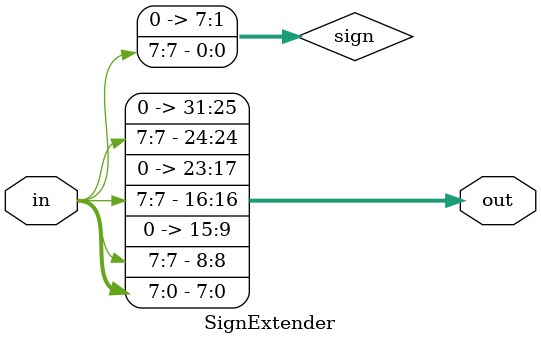
<source format=sv>

module SignExtender (
    input [7:0] in,
    output reg [31:0] out
);

reg [7:0] sign; // sign bit (MSB) of the input number

// Determine the sign bit of the input number
always @* begin
    sign = in[7];
end

// Perform sign extension by replicating the sign bit 24 times
always @* begin
    out = { {24 {sign}}, in };
end

endmodule
</source>
